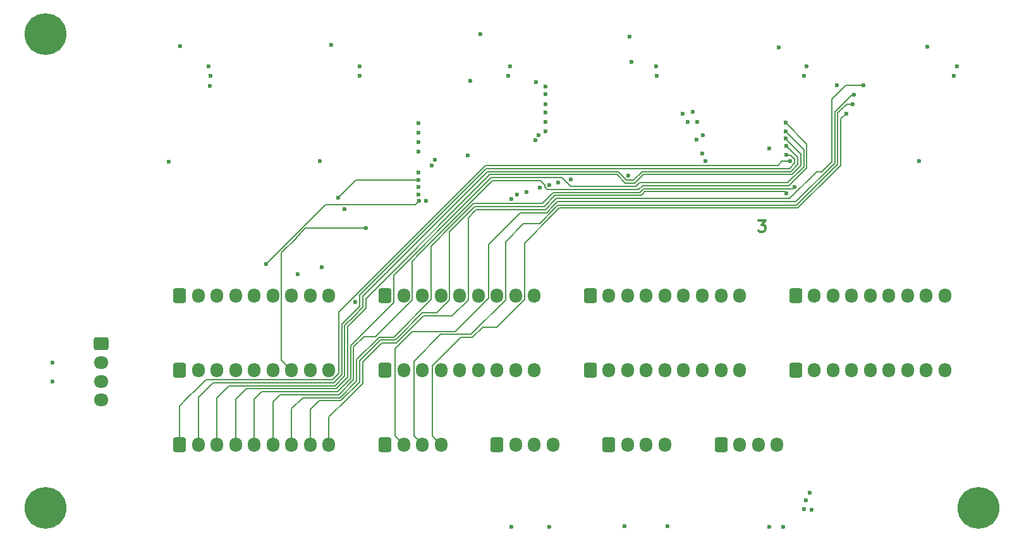
<source format=gbr>
%TF.GenerationSoftware,KiCad,Pcbnew,8.0.6*%
%TF.CreationDate,2024-12-01T20:19:37+01:00*%
%TF.ProjectId,puzzle1,70757a7a-6c65-4312-9e6b-696361645f70,rev?*%
%TF.SameCoordinates,Original*%
%TF.FileFunction,Copper,L3,Inr*%
%TF.FilePolarity,Positive*%
%FSLAX46Y46*%
G04 Gerber Fmt 4.6, Leading zero omitted, Abs format (unit mm)*
G04 Created by KiCad (PCBNEW 8.0.6) date 2024-12-01 20:19:37*
%MOMM*%
%LPD*%
G01*
G04 APERTURE LIST*
G04 Aperture macros list*
%AMRoundRect*
0 Rectangle with rounded corners*
0 $1 Rounding radius*
0 $2 $3 $4 $5 $6 $7 $8 $9 X,Y pos of 4 corners*
0 Add a 4 corners polygon primitive as box body*
4,1,4,$2,$3,$4,$5,$6,$7,$8,$9,$2,$3,0*
0 Add four circle primitives for the rounded corners*
1,1,$1+$1,$2,$3*
1,1,$1+$1,$4,$5*
1,1,$1+$1,$6,$7*
1,1,$1+$1,$8,$9*
0 Add four rect primitives between the rounded corners*
20,1,$1+$1,$2,$3,$4,$5,0*
20,1,$1+$1,$4,$5,$6,$7,0*
20,1,$1+$1,$6,$7,$8,$9,0*
20,1,$1+$1,$8,$9,$2,$3,0*%
G04 Aperture macros list end*
%ADD10C,0.300000*%
%TA.AperFunction,NonConductor*%
%ADD11C,0.300000*%
%TD*%
%TA.AperFunction,ComponentPad*%
%ADD12C,5.600000*%
%TD*%
%TA.AperFunction,ComponentPad*%
%ADD13RoundRect,0.250000X-0.600000X-0.725000X0.600000X-0.725000X0.600000X0.725000X-0.600000X0.725000X0*%
%TD*%
%TA.AperFunction,ComponentPad*%
%ADD14O,1.700000X1.950000*%
%TD*%
%TA.AperFunction,ComponentPad*%
%ADD15RoundRect,0.250000X-0.725000X0.600000X-0.725000X-0.600000X0.725000X-0.600000X0.725000X0.600000X0*%
%TD*%
%TA.AperFunction,ComponentPad*%
%ADD16O,1.950000X1.700000*%
%TD*%
%TA.AperFunction,ViaPad*%
%ADD17C,0.600000*%
%TD*%
%TA.AperFunction,Conductor*%
%ADD18C,0.200000*%
%TD*%
G04 APERTURE END LIST*
D10*
D11*
X125511653Y-82950828D02*
X126440225Y-82950828D01*
X126440225Y-82950828D02*
X125940225Y-83522257D01*
X125940225Y-83522257D02*
X126154510Y-83522257D01*
X126154510Y-83522257D02*
X126297368Y-83593685D01*
X126297368Y-83593685D02*
X126368796Y-83665114D01*
X126368796Y-83665114D02*
X126440225Y-83807971D01*
X126440225Y-83807971D02*
X126440225Y-84165114D01*
X126440225Y-84165114D02*
X126368796Y-84307971D01*
X126368796Y-84307971D02*
X126297368Y-84379400D01*
X126297368Y-84379400D02*
X126154510Y-84450828D01*
X126154510Y-84450828D02*
X125725939Y-84450828D01*
X125725939Y-84450828D02*
X125583082Y-84379400D01*
X125583082Y-84379400D02*
X125511653Y-84307971D01*
D12*
%TO.N,GND*%
%TO.C,H2*%
X30035534Y-121514466D03*
%TD*%
D13*
%TO.N,/Connectors/GPIO_64*%
%TO.C,Row8*%
X130500000Y-103000000D03*
D14*
%TO.N,/Connectors/GPIO_65*%
X133000000Y-103000000D03*
%TO.N,/Connectors/GPIO_66*%
X135500000Y-103000000D03*
%TO.N,/Connectors/GPIO_67*%
X138000000Y-103000000D03*
%TO.N,/Connectors/GPIO_68*%
X140500000Y-103000000D03*
%TO.N,/Connectors/GPIO_69*%
X143000000Y-103000000D03*
%TO.N,/Connectors/GPIO_70*%
X145500000Y-103000000D03*
%TO.N,/Connectors/GPIO_71*%
X148000000Y-103000000D03*
%TO.N,/Connectors/GPIO_72*%
X150500000Y-103000000D03*
%TD*%
D13*
%TO.N,/Connectors/GPIO_73*%
%TO.C,Row9*%
X48000000Y-113000000D03*
D14*
%TO.N,/Connectors/GPIO_74*%
X50500000Y-113000000D03*
%TO.N,/Connectors/GPIO_75*%
X53000000Y-113000000D03*
%TO.N,/Connectors/GPIO_76*%
X55500000Y-113000000D03*
%TO.N,/Connectors/GPIO_77*%
X58000000Y-113000000D03*
%TO.N,/Connectors/GPIO_78*%
X60500000Y-113000000D03*
%TO.N,/Connectors/GPIO_79*%
X63000000Y-113000000D03*
%TO.N,/Connectors/GPIO_80*%
X65500000Y-113000000D03*
%TO.N,/Connectors/GPIO_81*%
X68000000Y-113000000D03*
%TD*%
D13*
%TO.N,Net-(J13-Pin_1)*%
%TO.C,LED2*%
X105500000Y-113000000D03*
D14*
%TO.N,Net-(J13-Pin_2)*%
X108000000Y-113000000D03*
%TO.N,GND*%
X110500000Y-113000000D03*
X113000000Y-113000000D03*
%TD*%
D13*
%TO.N,/Connectors/GPIO_55*%
%TO.C,Row7*%
X103000000Y-103000000D03*
D14*
%TO.N,/Connectors/GPIO_56*%
X105500000Y-103000000D03*
%TO.N,/Connectors/GPIO_57*%
X108000000Y-103000000D03*
%TO.N,/Connectors/GPIO_58*%
X110500000Y-103000000D03*
%TO.N,/Connectors/GPIO_59*%
X113000000Y-103000000D03*
%TO.N,/Connectors/GPIO_60*%
X115500000Y-103000000D03*
%TO.N,/Connectors/GPIO_61*%
X118000000Y-103000000D03*
%TO.N,/Connectors/GPIO_62*%
X120500000Y-103000000D03*
%TO.N,/Connectors/GPIO_63*%
X123000000Y-103000000D03*
%TD*%
D13*
%TO.N,/Connectors/GPIO_28*%
%TO.C,Row4*%
X130500000Y-93000000D03*
D14*
%TO.N,/Connectors/GPIO_29*%
X133000000Y-93000000D03*
%TO.N,/Connectors/GPIO_30*%
X135500000Y-93000000D03*
%TO.N,/Connectors/GPIO_31*%
X138000000Y-93000000D03*
%TO.N,/Connectors/GPIO_32*%
X140500000Y-93000000D03*
%TO.N,/Connectors/GPIO_33*%
X143000000Y-93000000D03*
%TO.N,/Connectors/GPIO_34*%
X145500000Y-93000000D03*
%TO.N,/Connectors/GPIO_35*%
X148000000Y-93000000D03*
%TO.N,/Connectors/GPIO_36*%
X150500000Y-93000000D03*
%TD*%
D12*
%TO.N,GND*%
%TO.C,H1*%
X155014466Y-121514466D03*
%TD*%
D13*
%TO.N,/Connectors/GPIO_19*%
%TO.C,Row3*%
X103000000Y-93000000D03*
D14*
%TO.N,/Connectors/GPIO_20*%
X105500000Y-93000000D03*
%TO.N,/Connectors/GPIO_21*%
X108000000Y-93000000D03*
%TO.N,/Connectors/GPIO_22*%
X110500000Y-93000000D03*
%TO.N,/Connectors/GPIO_23*%
X113000000Y-93000000D03*
%TO.N,/Connectors/GPIO_24*%
X115500000Y-93000000D03*
%TO.N,/Connectors/GPIO_25*%
X118000000Y-93000000D03*
%TO.N,/Connectors/GPIO_26*%
X120500000Y-93000000D03*
%TO.N,/Connectors/GPIO_27*%
X123000000Y-93000000D03*
%TD*%
D13*
%TO.N,VCC*%
%TO.C,WireTriggers*%
X75500000Y-113000000D03*
D14*
%TO.N,/Connectors/GPIO_82*%
X78000000Y-113000000D03*
%TO.N,/Connectors/GPIO_83*%
X80500000Y-113000000D03*
%TO.N,/Connectors/GPIO_84*%
X83000000Y-113000000D03*
%TD*%
D13*
%TO.N,Net-(J12-Pin_1)*%
%TO.C,LED1*%
X90500000Y-113000000D03*
D14*
%TO.N,Net-(J12-Pin_2)*%
X93000000Y-113000000D03*
%TO.N,GND*%
X95500000Y-113000000D03*
X98000000Y-113000000D03*
%TD*%
D13*
%TO.N,/Connectors/GPIO_1*%
%TO.C,Row1*%
X48000000Y-93000000D03*
D14*
%TO.N,/Connectors/GPIO_2*%
X50500000Y-93000000D03*
%TO.N,/Connectors/GPIO_3*%
X53000000Y-93000000D03*
%TO.N,/Connectors/GPIO_4*%
X55500000Y-93000000D03*
%TO.N,/Connectors/GPIO_5*%
X58000000Y-93000000D03*
%TO.N,/Connectors/GPIO_6*%
X60500000Y-93000000D03*
%TO.N,/Connectors/GPIO_7*%
X63000000Y-93000000D03*
%TO.N,/Connectors/GPIO_8*%
X65500000Y-93000000D03*
%TO.N,/Connectors/GPIO_9*%
X68000000Y-93000000D03*
%TD*%
D13*
%TO.N,/Connectors/GPIO_46*%
%TO.C,Row6*%
X75500000Y-103000000D03*
D14*
%TO.N,/Connectors/GPIO_47*%
X78000000Y-103000000D03*
%TO.N,/Connectors/GPIO_48*%
X80500000Y-103000000D03*
%TO.N,/Connectors/GPIO_49*%
X83000000Y-103000000D03*
%TO.N,/Connectors/GPIO_50*%
X85500000Y-103000000D03*
%TO.N,/Connectors/GPIO_51*%
X88000000Y-103000000D03*
%TO.N,/Connectors/GPIO_52*%
X90500000Y-103000000D03*
%TO.N,/Connectors/GPIO_53*%
X93000000Y-103000000D03*
%TO.N,/Connectors/GPIO_54*%
X95500000Y-103000000D03*
%TD*%
D12*
%TO.N,GND*%
%TO.C,H3*%
X30000000Y-57950000D03*
%TD*%
D13*
%TO.N,/Connectors/GPIO_10*%
%TO.C,Row2*%
X75500000Y-93000000D03*
D14*
%TO.N,/Connectors/GPIO_11*%
X78000000Y-93000000D03*
%TO.N,/Connectors/GPIO_12*%
X80500000Y-93000000D03*
%TO.N,/Connectors/GPIO_13*%
X83000000Y-93000000D03*
%TO.N,/Connectors/GPIO_14*%
X85500000Y-93000000D03*
%TO.N,/Connectors/GPIO_15*%
X88000000Y-93000000D03*
%TO.N,/Connectors/GPIO_16*%
X90500000Y-93000000D03*
%TO.N,/Connectors/GPIO_17*%
X93000000Y-93000000D03*
%TO.N,/Connectors/GPIO_18*%
X95500000Y-93000000D03*
%TD*%
D13*
%TO.N,/Connectors/GPIO_37*%
%TO.C,Row5*%
X48000000Y-103000000D03*
D14*
%TO.N,/Connectors/GPIO_38*%
X50500000Y-103000000D03*
%TO.N,/Connectors/GPIO_39*%
X53000000Y-103000000D03*
%TO.N,/Connectors/GPIO_40*%
X55500000Y-103000000D03*
%TO.N,/Connectors/GPIO_41*%
X58000000Y-103000000D03*
%TO.N,/Connectors/GPIO_42*%
X60500000Y-103000000D03*
%TO.N,/Connectors/GPIO_43*%
X63000000Y-103000000D03*
%TO.N,/Connectors/GPIO_44*%
X65500000Y-103000000D03*
%TO.N,/Connectors/GPIO_45*%
X68000000Y-103000000D03*
%TD*%
D13*
%TO.N,Net-(J14-Pin_1)*%
%TO.C,LED3*%
X120500000Y-113000000D03*
D14*
%TO.N,Net-(J14-Pin_2)*%
X123000000Y-113000000D03*
%TO.N,GND*%
X125500000Y-113000000D03*
X128000000Y-113000000D03*
%TD*%
D15*
%TO.N,VCC*%
%TO.C,Input*%
X37500000Y-99500000D03*
D16*
%TO.N,/SCL*%
X37500000Y-102000000D03*
%TO.N,/SDA*%
X37500000Y-104500000D03*
%TO.N,GND*%
X37500000Y-107000000D03*
%TD*%
D17*
%TO.N,/SCL*%
X92000000Y-63600000D03*
X131600000Y-63600000D03*
X72100000Y-63600000D03*
X111900000Y-63600000D03*
X151700000Y-63600000D03*
X52100000Y-63600000D03*
X31000000Y-102000000D03*
%TO.N,/SDA*%
X132000000Y-62300000D03*
X51900000Y-62300000D03*
X92300000Y-62325000D03*
X31000000Y-104500000D03*
X111800000Y-62325000D03*
X72100000Y-62325000D03*
X152100000Y-62300000D03*
%TO.N,GND*%
X148150000Y-59700000D03*
X108275000Y-58275000D03*
X147000000Y-74970000D03*
X136050000Y-64800000D03*
X86925000Y-64275000D03*
X88275000Y-58000000D03*
X46560000Y-75040000D03*
X108500000Y-61700000D03*
X127000000Y-73300000D03*
X48050000Y-59600000D03*
X52050000Y-64880000D03*
X128250000Y-59750000D03*
X95700000Y-64400000D03*
X86550000Y-74250000D03*
X68275000Y-59400000D03*
X66800000Y-74970000D03*
%TO.N,/Connectors/GPIO_39*%
X79970000Y-72430000D03*
%TO.N,/Connectors/GPIO_44*%
X63850000Y-90150000D03*
X80000000Y-78500000D03*
%TO.N,/Connectors/GPIO_40*%
X80000000Y-73700000D03*
%TO.N,/Connectors/GPIO_45*%
X69219001Y-79859500D03*
X80000000Y-77500000D03*
X67050000Y-89200000D03*
%TO.N,/Connectors/GPIO_38*%
X80000000Y-71160000D03*
%TO.N,/Connectors/GPIO_41*%
X81000000Y-80350000D03*
%TO.N,/Connectors/GPIO_43*%
X72950000Y-84000000D03*
X80000000Y-79500000D03*
%TO.N,/Connectors/GPIO_37*%
X80000000Y-69900000D03*
%TO.N,/Connectors/GPIO_42*%
X80049264Y-80299264D03*
X59550000Y-88750000D03*
%TO.N,/Connectors/GPIO_53*%
X97000000Y-69700000D03*
%TO.N,/Connectors/GPIO_52*%
X97000000Y-68500000D03*
%TO.N,/Connectors/GPIO_54*%
X97000000Y-71000000D03*
%TO.N,/Connectors/GPIO_46*%
X71500000Y-93850000D03*
X70050000Y-81400000D03*
X79950000Y-76500000D03*
%TO.N,/Connectors/GPIO_47*%
X81750000Y-75550000D03*
%TO.N,/Connectors/GPIO_50*%
X97000000Y-66000000D03*
%TO.N,/Connectors/GPIO_51*%
X97000000Y-67350000D03*
%TO.N,/Connectors/GPIO_48*%
X82200000Y-74800000D03*
%TO.N,/Connectors/GPIO_49*%
X97000000Y-65000000D03*
%TO.N,/Connectors/GPIO_60*%
X96250000Y-78550000D03*
%TO.N,/Connectors/GPIO_56*%
X95650000Y-72200000D03*
%TO.N,/Connectors/GPIO_55*%
X96050000Y-71500000D03*
%TO.N,/Connectors/GPIO_59*%
X94500000Y-79100000D03*
%TO.N,/Connectors/GPIO_62*%
X98674264Y-77874264D03*
%TO.N,/Connectors/GPIO_63*%
X100366022Y-77479656D03*
%TO.N,/Connectors/GPIO_58*%
X93150000Y-79500000D03*
%TO.N,/Connectors/GPIO_57*%
X92450000Y-80100000D03*
%TO.N,/Connectors/GPIO_61*%
X97500000Y-78200000D03*
%TO.N,/Connectors/GPIO_67*%
X116750000Y-68400000D03*
%TO.N,/Connectors/GPIO_69*%
X117200000Y-72100000D03*
%TO.N,/Connectors/GPIO_64*%
X108100000Y-76950000D03*
%TO.N,/Connectors/GPIO_70*%
X118100000Y-71500000D03*
%TO.N,/Connectors/GPIO_72*%
X118450000Y-74950000D03*
%TO.N,/Connectors/GPIO_68*%
X117350000Y-69750000D03*
%TO.N,/Connectors/GPIO_71*%
X118000000Y-73950000D03*
%TO.N,/Connectors/GPIO_66*%
X116050000Y-69700000D03*
%TO.N,/Connectors/GPIO_65*%
X115350000Y-68600000D03*
%TO.N,/Connectors/GPIO_73*%
X129800000Y-75000000D03*
%TO.N,/Connectors/GPIO_80*%
X129300000Y-79350000D03*
%TO.N,/Connectors/GPIO_78*%
X129150000Y-69800000D03*
%TO.N,/Connectors/GPIO_74*%
X129300000Y-74150000D03*
%TO.N,/Connectors/GPIO_77*%
X129150000Y-71000000D03*
%TO.N,/Connectors/GPIO_75*%
X129300000Y-73000000D03*
%TO.N,/Connectors/GPIO_79*%
X130400000Y-78450000D03*
%TO.N,/Connectors/GPIO_76*%
X129150000Y-71950000D03*
%TO.N,/Connectors/GPIO_81*%
X139550000Y-64800000D03*
%TO.N,/Connectors/GPIO_82*%
X138324075Y-66073429D03*
%TO.N,/Connectors/GPIO_84*%
X137300000Y-68600000D03*
%TO.N,/Connectors/GPIO_83*%
X138150000Y-67350000D03*
%TO.N,/Connectors/GPIO_85*%
X132350000Y-119400000D03*
X92450000Y-124000000D03*
%TO.N,/Connectors/GPIO_86*%
X131850000Y-120450000D03*
X97550000Y-124000000D03*
%TO.N,/Connectors/GPIO_87*%
X107550000Y-123950000D03*
X131650000Y-121600000D03*
%TO.N,/Connectors/GPIO_88*%
X132650000Y-121700000D03*
X113300000Y-123950000D03*
%TO.N,/Connectors/GPIO_90*%
X128800000Y-124000000D03*
X126950000Y-124000000D03*
%TD*%
D18*
%TO.N,/Connectors/GPIO_45*%
X71578501Y-77500000D02*
X80000000Y-77500000D01*
X69219001Y-79859500D02*
X71578501Y-77500000D01*
%TO.N,/Connectors/GPIO_43*%
X63607843Y-85257843D02*
X63607843Y-85342157D01*
X72950000Y-84000000D02*
X64865686Y-84000000D01*
X61650000Y-101650000D02*
X63000000Y-103000000D01*
X61650000Y-87300000D02*
X61650000Y-101650000D01*
X64865686Y-84000000D02*
X63607843Y-85257843D01*
X63607843Y-85342157D02*
X61650000Y-87300000D01*
%TO.N,/Connectors/GPIO_42*%
X79548528Y-80800000D02*
X67500000Y-80800000D01*
X67500000Y-80800000D02*
X59550000Y-88750000D01*
X80049264Y-80299264D02*
X79548528Y-80800000D01*
%TO.N,/Connectors/GPIO_73*%
X48000000Y-113000000D02*
X48000000Y-107800000D01*
X50450000Y-105350000D02*
X51500000Y-104300000D01*
X69300000Y-95201471D02*
X88951471Y-75550000D01*
X69300000Y-101800000D02*
X69300000Y-95201471D01*
X48000000Y-107800000D02*
X48950000Y-106850000D01*
X48950000Y-106850000D02*
X50450000Y-105350000D01*
X88951471Y-75550000D02*
X128150000Y-75550000D01*
X67950000Y-104300000D02*
X68451346Y-104300000D01*
X69100673Y-103650673D02*
X69300000Y-103451346D01*
X68451346Y-104300000D02*
X69100673Y-103650673D01*
X128700000Y-75000000D02*
X129800000Y-75000000D01*
X51500000Y-104300000D02*
X67950000Y-104300000D01*
X69300000Y-103451346D02*
X69300000Y-101800000D01*
X128150000Y-75550000D02*
X128700000Y-75000000D01*
%TO.N,/Connectors/GPIO_80*%
X110047056Y-79365685D02*
X110331371Y-79081370D01*
X109812742Y-79600000D02*
X110047056Y-79365685D01*
X69611148Y-107100000D02*
X72100000Y-104611148D01*
X76833516Y-98983516D02*
X77067830Y-98749201D01*
X74899202Y-98983516D02*
X76833516Y-98983516D01*
X66700000Y-107100000D02*
X69611148Y-107100000D01*
X84150000Y-84503000D02*
X87553000Y-81100000D01*
X72100000Y-104611148D02*
X72100000Y-101782718D01*
X87553000Y-81100000D02*
X96800000Y-81100000D01*
X98300000Y-79600000D02*
X109812742Y-79600000D01*
X65500000Y-108300000D02*
X66700000Y-107100000D01*
X65500000Y-113000000D02*
X65500000Y-108300000D01*
X84150000Y-93601346D02*
X84150000Y-84503000D01*
X110331371Y-79081370D02*
X129031370Y-79081370D01*
X77067830Y-98749201D02*
X80467031Y-95350000D01*
X80467031Y-95350000D02*
X82401346Y-95350000D01*
X96800000Y-81100000D02*
X98300000Y-79600000D01*
X129031370Y-79081370D02*
X129300000Y-79350000D01*
X82401346Y-95350000D02*
X84150000Y-93601346D01*
X72100000Y-101782718D02*
X74899202Y-98983516D01*
%TO.N,/Connectors/GPIO_78*%
X97251471Y-78800000D02*
X109481370Y-78800000D01*
X60500000Y-113000000D02*
X60500000Y-107250000D01*
X71300000Y-102800000D02*
X71300000Y-99875430D01*
X79100000Y-92300000D02*
X79100000Y-88421628D01*
X79150000Y-93601346D02*
X79150000Y-92350000D01*
X79150000Y-92350000D02*
X79100000Y-92300000D01*
X109481370Y-78800000D02*
X110000000Y-78281370D01*
X61450000Y-106300000D02*
X63200000Y-106300000D01*
X96900000Y-78200000D02*
X96900000Y-78448529D01*
X69279776Y-106300000D02*
X71300000Y-104279776D01*
X129629903Y-78281370D02*
X132000000Y-75911273D01*
X63200000Y-106300000D02*
X69279776Y-106300000D01*
X132000000Y-72700000D02*
X129150000Y-69850000D01*
X89921628Y-77600000D02*
X92700000Y-77600000D01*
X71300000Y-99875430D02*
X72687715Y-98487715D01*
X87285814Y-80235814D02*
X89921628Y-77600000D01*
X129150000Y-69850000D02*
X129150000Y-69800000D01*
X96900000Y-78448529D02*
X97251471Y-78800000D01*
X71300000Y-104279776D02*
X71300000Y-102800000D01*
X79100000Y-88421628D02*
X80060814Y-87460814D01*
X74263631Y-98487715D02*
X79150000Y-93601346D01*
X96300000Y-77600000D02*
X96900000Y-78200000D01*
X113450000Y-78281370D02*
X129629903Y-78281370D01*
X110000000Y-78281370D02*
X113450000Y-78281370D01*
X129100000Y-69800000D02*
X129200000Y-69900000D01*
X132000000Y-75911273D02*
X132000000Y-72700000D01*
X60500000Y-107250000D02*
X61450000Y-106300000D01*
X92700000Y-77600000D02*
X96300000Y-77600000D01*
X72687715Y-98487715D02*
X74263631Y-98487715D01*
X129150000Y-69800000D02*
X129100000Y-69800000D01*
X80060814Y-87460814D02*
X87285814Y-80235814D01*
%TO.N,/Connectors/GPIO_74*%
X89067157Y-76000000D02*
X90150000Y-76000000D01*
X52450000Y-104700000D02*
X56400000Y-104700000D01*
X129400000Y-74200000D02*
X129450000Y-74200000D01*
X69700000Y-96850000D02*
X72100000Y-94450000D01*
X130400000Y-74751471D02*
X129848529Y-74200000D01*
X72558579Y-92508578D02*
X89067157Y-76000000D01*
X129300000Y-74150000D02*
X129400000Y-74200000D01*
X129648529Y-76000000D02*
X130400000Y-75248529D01*
X130400000Y-75248529D02*
X130400000Y-74751471D01*
X69700000Y-101950000D02*
X69700000Y-96850000D01*
X50500000Y-106650000D02*
X52450000Y-104700000D01*
X50500000Y-113000000D02*
X50500000Y-106650000D01*
X72100000Y-92967157D02*
X72558579Y-92508578D01*
X69700000Y-103617032D02*
X69700000Y-101950000D01*
X129500000Y-74200000D02*
X129300000Y-74150000D01*
X68617032Y-104700000D02*
X69700000Y-103617032D01*
X129848529Y-74200000D02*
X129500000Y-74200000D01*
X90150000Y-76000000D02*
X129648529Y-76000000D01*
X56400000Y-104700000D02*
X68617032Y-104700000D01*
X72100000Y-94450000D02*
X72100000Y-92967157D01*
%TO.N,/Connectors/GPIO_77*%
X76650000Y-90305942D02*
X77102971Y-89852971D01*
X76650000Y-93300000D02*
X76650000Y-90305942D01*
X64050000Y-105900000D02*
X69114090Y-105900000D01*
X58000000Y-113000000D02*
X58000000Y-106915685D01*
X59015685Y-105900000D02*
X64050000Y-105900000D01*
X100387837Y-78350000D02*
X109131371Y-78350000D01*
X131600000Y-73450000D02*
X129150000Y-71000000D01*
X70900000Y-104114090D02*
X70900000Y-103650000D01*
X131600000Y-75745587D02*
X131600000Y-73450000D01*
X109131371Y-78350000D02*
X109365686Y-78115685D01*
X69114090Y-105900000D02*
X70900000Y-104114090D01*
X70900000Y-103650000D02*
X70900000Y-102550000D01*
X86277971Y-80677971D02*
X89755942Y-77200000D01*
X70900000Y-99709744D02*
X76650000Y-93959744D01*
X76650000Y-93959744D02*
X76650000Y-93300000D01*
X96250000Y-77200000D02*
X99237837Y-77200000D01*
X109365686Y-78115685D02*
X109600000Y-77881370D01*
X129464217Y-77881370D02*
X131600000Y-75745587D01*
X109600000Y-77881370D02*
X129464217Y-77881370D01*
X70900000Y-102550000D02*
X70900000Y-99709744D01*
X89755942Y-77200000D02*
X96250000Y-77200000D01*
X99237837Y-77200000D02*
X100387837Y-78350000D01*
X58000000Y-106915685D02*
X59015685Y-105900000D01*
X77102971Y-89852971D02*
X86277971Y-80677971D01*
%TO.N,/Connectors/GPIO_75*%
X75700000Y-89950000D02*
X75750000Y-89950000D01*
X57850000Y-105100000D02*
X68782718Y-105100000D01*
X70100000Y-97015686D02*
X71332843Y-95782843D01*
X130800000Y-74500000D02*
X129300000Y-73000000D01*
X107851471Y-77550000D02*
X108800000Y-77550000D01*
X68782718Y-105100000D02*
X70100000Y-103782718D01*
X86241422Y-79391421D02*
X89232843Y-76400000D01*
X129814215Y-76400000D02*
X130800000Y-75414215D01*
X53000000Y-106700000D02*
X54600000Y-105100000D01*
X89232843Y-76400000D02*
X94500000Y-76400000D01*
X75850000Y-89782843D02*
X86241422Y-79391421D01*
X53000000Y-113000000D02*
X53000000Y-106700000D01*
X130800000Y-75414215D02*
X130800000Y-74500000D01*
X115050000Y-76400000D02*
X129814215Y-76400000D01*
X106701471Y-76400000D02*
X107851471Y-77550000D01*
X72550000Y-94565686D02*
X72550000Y-93100000D01*
X54600000Y-105100000D02*
X57850000Y-105100000D01*
X70100000Y-102150000D02*
X70100000Y-97015686D01*
X109950000Y-76400000D02*
X115050000Y-76400000D01*
X70100000Y-103782718D02*
X70100000Y-102150000D01*
X75750000Y-89950000D02*
X75850000Y-89850000D01*
X71332843Y-95782843D02*
X72550000Y-94565686D01*
X108800000Y-77550000D02*
X109950000Y-76400000D01*
X94500000Y-76400000D02*
X106701471Y-76400000D01*
X75850000Y-89850000D02*
X75850000Y-89782843D01*
X72550000Y-93100000D02*
X75700000Y-89950000D01*
%TO.N,/Connectors/GPIO_79*%
X130400000Y-78400000D02*
X130350000Y-78450000D01*
X87387314Y-80700000D02*
X92250000Y-80700000D01*
X69445462Y-106700000D02*
X71700000Y-104445462D01*
X130400000Y-78450000D02*
X130400000Y-78400000D01*
X71700000Y-101617032D02*
X74733516Y-98583516D01*
X110165686Y-78681370D02*
X112800000Y-78681370D01*
X130118630Y-78681370D02*
X130350000Y-78450000D01*
X81700000Y-91600000D02*
X81700000Y-86387314D01*
X63000000Y-113000000D02*
X63000000Y-108150000D01*
X63000000Y-108150000D02*
X64450000Y-106700000D01*
X109647056Y-79200000D02*
X110165686Y-78681370D01*
X71700000Y-104445462D02*
X71700000Y-102850000D01*
X81700000Y-93551346D02*
X81700000Y-91600000D01*
X92250000Y-80700000D02*
X96550000Y-80700000D01*
X76667830Y-98583516D02*
X81700000Y-93551346D01*
X74733516Y-98583516D02*
X76667830Y-98583516D01*
X81700000Y-86387314D02*
X84593657Y-83493657D01*
X96550000Y-80700000D02*
X98050000Y-79200000D01*
X104700000Y-79200000D02*
X109647056Y-79200000D01*
X130350000Y-78450000D02*
X130400000Y-78450000D01*
X98050000Y-79200000D02*
X104700000Y-79200000D01*
X112800000Y-78681370D02*
X129795588Y-78681370D01*
X84593657Y-83493657D02*
X87387314Y-80700000D01*
X66550000Y-106700000D02*
X69445462Y-106700000D01*
X71700000Y-102850000D02*
X71700000Y-101617032D01*
X64450000Y-106700000D02*
X66550000Y-106700000D01*
X129795588Y-78681370D02*
X130118630Y-78681370D01*
%TO.N,/Connectors/GPIO_76*%
X110115685Y-76800000D02*
X112450000Y-76800000D01*
X55500000Y-113000000D02*
X55500000Y-106950000D01*
X70500000Y-97181372D02*
X70990686Y-96690686D01*
X70500000Y-102350000D02*
X70500000Y-97181372D01*
X68948404Y-105500000D02*
X70500000Y-103948404D01*
X129150000Y-72001471D02*
X129150000Y-71950000D01*
X55500000Y-106950000D02*
X56950000Y-105500000D01*
X106535785Y-76800000D02*
X107685785Y-77950000D01*
X131200000Y-75579901D02*
X131200000Y-75248529D01*
X131200000Y-74051471D02*
X129150000Y-72001471D01*
X108965686Y-77950000D02*
X109200000Y-77715685D01*
X58850000Y-105500000D02*
X68948404Y-105500000D01*
X129979901Y-76800000D02*
X131200000Y-75579901D01*
X131200000Y-75248529D02*
X131200000Y-74051471D01*
X107685785Y-77950000D02*
X108965686Y-77950000D01*
X89590256Y-76800000D02*
X90450000Y-76800000D01*
X72950000Y-94731372D02*
X72950000Y-93800000D01*
X112450000Y-76800000D02*
X129979901Y-76800000D01*
X90450000Y-76800000D02*
X106535785Y-76800000D01*
X72950000Y-93440256D02*
X89590256Y-76800000D01*
X56950000Y-105500000D02*
X58850000Y-105500000D01*
X70500000Y-103948404D02*
X70500000Y-102350000D01*
X72950000Y-93800000D02*
X72950000Y-93440256D01*
X109200000Y-77715685D02*
X110115685Y-76800000D01*
X70990686Y-96690686D02*
X72950000Y-94731372D01*
%TO.N,/Connectors/GPIO_81*%
X134000000Y-76400000D02*
X135350000Y-75050000D01*
X72500000Y-101948404D02*
X74324202Y-100124202D01*
X100350000Y-80000000D02*
X129698529Y-80000000D01*
X137250000Y-64800000D02*
X139550000Y-64800000D01*
X86650000Y-93400000D02*
X86650000Y-82568686D01*
X80632717Y-95750000D02*
X81800000Y-95750000D01*
X75048404Y-99400000D02*
X75950000Y-99400000D01*
X78066359Y-98316358D02*
X80632717Y-95750000D01*
X98307843Y-80157843D02*
X98465686Y-80000000D01*
X89350000Y-81500000D02*
X96965686Y-81500000D01*
X75950000Y-99400000D02*
X76982716Y-99400000D01*
X72500000Y-103100000D02*
X72500000Y-101948404D01*
X76982716Y-99400000D02*
X76999201Y-99383516D01*
X86650000Y-82568686D02*
X87559343Y-81659343D01*
X135350000Y-75050000D02*
X135350000Y-74200000D01*
X135350000Y-74200000D02*
X135350000Y-66700000D01*
X135350000Y-66700000D02*
X136400000Y-65650000D01*
X81800000Y-95750000D02*
X84501346Y-95750000D01*
X86650000Y-93601346D02*
X86650000Y-93400000D01*
X87718686Y-81500000D02*
X89350000Y-81500000D01*
X96965686Y-81500000D02*
X98307843Y-80157843D01*
X76999201Y-99383516D02*
X78066359Y-98316358D01*
X84501346Y-95750000D02*
X86650000Y-93601346D01*
X68000000Y-113000000D02*
X68000000Y-109276834D01*
X98465686Y-80000000D02*
X100350000Y-80000000D01*
X129698529Y-80000000D02*
X133298529Y-76400000D01*
X87559343Y-81659343D02*
X87718686Y-81500000D01*
X72500000Y-104776834D02*
X72500000Y-103100000D01*
X74324202Y-100124202D02*
X75048404Y-99400000D01*
X68000000Y-109276834D02*
X70463417Y-106813417D01*
X133298529Y-76400000D02*
X134000000Y-76400000D01*
X136400000Y-65650000D02*
X137250000Y-64800000D01*
X70463417Y-106813417D02*
X72500000Y-104776834D01*
%TO.N,/Connectors/GPIO_82*%
X98140686Y-80890686D02*
X98631372Y-80400000D01*
X89350000Y-92500000D02*
X89350000Y-86150000D01*
X79099202Y-97849201D02*
X79124202Y-97824201D01*
X84927145Y-97824201D02*
X89350000Y-93401346D01*
X130565686Y-80400000D02*
X135750000Y-75215686D01*
X138050000Y-66100000D02*
X138300000Y-66100000D01*
X97131372Y-81900000D02*
X98140686Y-80890686D01*
X93600000Y-81900000D02*
X97131372Y-81900000D01*
X89350000Y-93401346D02*
X89350000Y-92500000D01*
X135750000Y-68400000D02*
X138050000Y-66100000D01*
X135750000Y-75215686D02*
X135750000Y-68400000D01*
X89350000Y-86150000D02*
X93600000Y-81900000D01*
X76850000Y-111850000D02*
X76850000Y-100098403D01*
X102650000Y-80400000D02*
X130565686Y-80400000D01*
X78000000Y-113000000D02*
X76850000Y-111850000D01*
X98631372Y-80400000D02*
X102650000Y-80400000D01*
X76850000Y-100098403D02*
X79099202Y-97849201D01*
X79124202Y-97824201D02*
X84927145Y-97824201D01*
%TO.N,/Connectors/GPIO_84*%
X136550000Y-70400000D02*
X136550000Y-69350000D01*
X87192831Y-98624201D02*
X88583516Y-97233516D01*
X98865685Y-81297057D02*
X102850000Y-81297057D01*
X136550000Y-69350000D02*
X137300000Y-68600000D01*
X130800000Y-81297057D02*
X135523529Y-76573528D01*
X85624453Y-98624201D02*
X87192831Y-98624201D01*
X136550000Y-75547057D02*
X136550000Y-70400000D01*
X94200000Y-85962742D02*
X98131371Y-82031371D01*
X98131371Y-82031371D02*
X98865685Y-81297057D01*
X88583516Y-97233516D02*
X90517830Y-97233516D01*
X81850000Y-102398654D02*
X85624453Y-98624201D01*
X94200000Y-93551346D02*
X94200000Y-92700000D01*
X102850000Y-81297057D02*
X130800000Y-81297057D01*
X90517830Y-97233516D02*
X94200000Y-93551346D01*
X83000000Y-113000000D02*
X81850000Y-111850000D01*
X137300000Y-68600000D02*
X137250000Y-68650000D01*
X135523529Y-76573528D02*
X136550000Y-75547057D01*
X81850000Y-111850000D02*
X81850000Y-103000000D01*
X81850000Y-103000000D02*
X81850000Y-102398654D01*
X94200000Y-92700000D02*
X94200000Y-85962742D01*
%TO.N,/Connectors/GPIO_83*%
X80500000Y-113000000D02*
X79350000Y-111850000D01*
X91650000Y-91850000D02*
X91650000Y-85800000D01*
X79350000Y-111850000D02*
X79350000Y-101850000D01*
X79450000Y-101750000D02*
X82975799Y-98224201D01*
X98306371Y-81290686D02*
X98306372Y-81290686D01*
X79350000Y-101850000D02*
X79450000Y-101750000D01*
X136150000Y-75381371D02*
X136150000Y-72900000D01*
X133740685Y-77790686D02*
X136150000Y-75381371D01*
X136150000Y-68565686D02*
X136582843Y-68132843D01*
X87027145Y-98224201D02*
X91650000Y-93601346D01*
X136582843Y-68132843D02*
X137365686Y-67350000D01*
X91650000Y-93601346D02*
X91650000Y-91850000D01*
X130634314Y-80897057D02*
X133740685Y-77790686D01*
X137365686Y-67350000D02*
X138150000Y-67350000D01*
X84300000Y-98224201D02*
X87027145Y-98224201D01*
X98306372Y-81290686D02*
X98700000Y-80897057D01*
X96197057Y-83400000D02*
X98306371Y-81290686D01*
X98700000Y-80897057D02*
X130634314Y-80897057D01*
X82975799Y-98224201D02*
X84300000Y-98224201D01*
X91650000Y-85800000D02*
X94050000Y-83400000D01*
X94050000Y-83400000D02*
X96197057Y-83400000D01*
X136150000Y-72900000D02*
X136150000Y-68565686D01*
%TD*%
M02*

</source>
